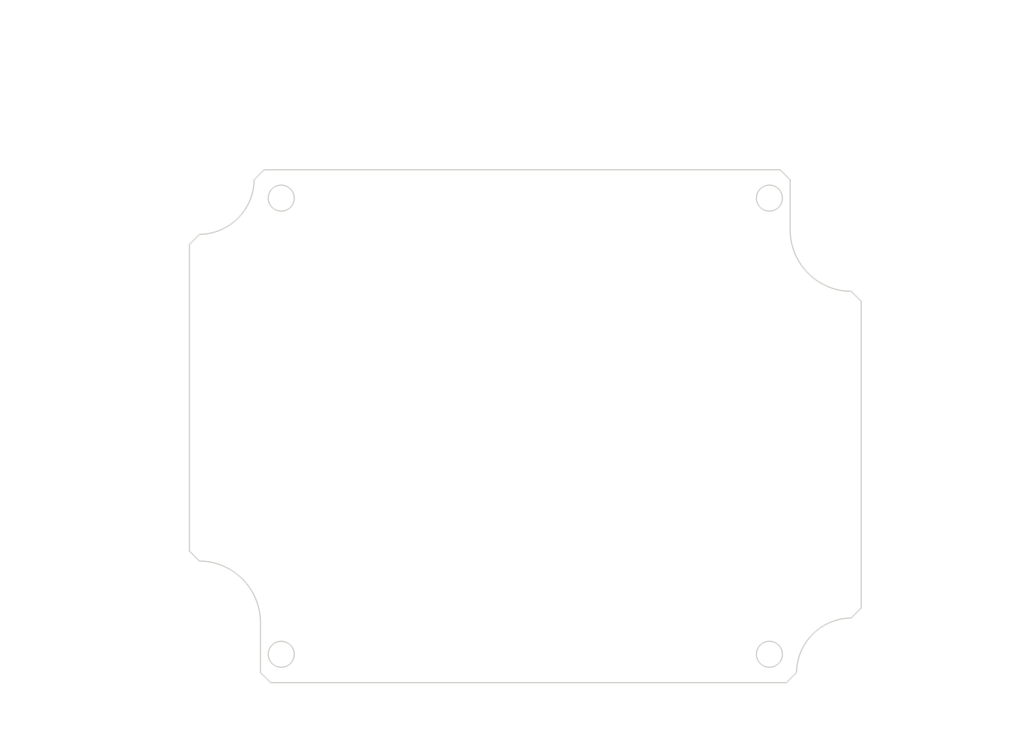
<source format=kicad_pcb>
(kicad_pcb (version 20171130) (host pcbnew "(5.1.0)-1")

  (general
    (thickness 1.6)
    (drawings 103)
    (tracks 0)
    (zones 0)
    (modules 0)
    (nets 1)
  )

  (page A4)
  (layers
    (0 F.Cu signal)
    (31 B.Cu signal)
    (32 B.Adhes user)
    (33 F.Adhes user)
    (34 B.Paste user)
    (35 F.Paste user)
    (36 B.SilkS user)
    (37 F.SilkS user)
    (38 B.Mask user)
    (39 F.Mask user)
    (40 Dwgs.User user)
    (41 Cmts.User user)
    (42 Eco1.User user)
    (43 Eco2.User user)
    (44 Edge.Cuts user)
    (45 Margin user)
    (46 B.CrtYd user)
    (47 F.CrtYd user)
    (48 B.Fab user)
    (49 F.Fab user)
  )

  (setup
    (last_trace_width 0.25)
    (trace_clearance 0.2)
    (zone_clearance 0.508)
    (zone_45_only no)
    (trace_min 0.2)
    (via_size 0.8)
    (via_drill 0.4)
    (via_min_size 0.4)
    (via_min_drill 0.3)
    (uvia_size 0.3)
    (uvia_drill 0.1)
    (uvias_allowed no)
    (uvia_min_size 0.2)
    (uvia_min_drill 0.1)
    (edge_width 0.05)
    (segment_width 0.2)
    (pcb_text_width 0.3)
    (pcb_text_size 1.5 1.5)
    (mod_edge_width 0.12)
    (mod_text_size 1 1)
    (mod_text_width 0.15)
    (pad_size 1.524 1.524)
    (pad_drill 0.762)
    (pad_to_mask_clearance 0.051)
    (solder_mask_min_width 0.25)
    (aux_axis_origin 0 0)
    (visible_elements FFFFFF7F)
    (pcbplotparams
      (layerselection 0x010fc_ffffffff)
      (usegerberextensions false)
      (usegerberattributes false)
      (usegerberadvancedattributes false)
      (creategerberjobfile false)
      (excludeedgelayer true)
      (linewidth 0.152400)
      (plotframeref false)
      (viasonmask false)
      (mode 1)
      (useauxorigin false)
      (hpglpennumber 1)
      (hpglpenspeed 20)
      (hpglpendiameter 15.000000)
      (psnegative false)
      (psa4output false)
      (plotreference true)
      (plotvalue true)
      (plotinvisibletext false)
      (padsonsilk false)
      (subtractmaskfromsilk false)
      (outputformat 1)
      (mirror false)
      (drillshape 1)
      (scaleselection 1)
      (outputdirectory ""))
  )

  (net 0 "")

  (net_class Default "This is the default net class."
    (clearance 0.2)
    (trace_width 0.25)
    (via_dia 0.8)
    (via_drill 0.4)
    (uvia_dia 0.3)
    (uvia_drill 0.1)
  )

  (gr_circle (center 115.931999 136.330001) (end 117.981999 136.330001) (layer Edge.Cuts) (width 0.2))
  (gr_circle (center 192.931999 136.330001) (end 194.981999 136.330001) (layer Edge.Cuts) (width 0.2))
  (gr_circle (center 192.931999 64.330001) (end 194.981999 64.330001) (layer Edge.Cuts) (width 0.2))
  (gr_circle (center 115.931999 64.330001) (end 117.981999 64.330001) (layer Edge.Cuts) (width 0.2))
  (gr_line (start 113.242902 59.854117) (end 194.620383 59.854117) (layer Edge.Cuts) (width 0.2))
  (gr_line (start 195.621097 140.805884) (end 114.243616 140.805884) (layer Edge.Cuts) (width 0.2))
  (gr_line (start 207.407883 80.615592) (end 207.407883 129.019098) (layer Edge.Cuts) (width 0.2))
  (gr_line (start 101.456116 120.044409) (end 101.456116 71.640903) (layer Edge.Cuts) (width 0.2))
  (gr_line (start 207.407883 80.615592) (end 205.820383 79.028092) (layer Edge.Cuts) (width 0.2))
  (gr_line (start 205.820383 79.028092) (end 205.221043 79.028092) (layer Edge.Cuts) (width 0.2))
  (gr_arc (start 205.932 69.33) (end 196.207883 69.33) (angle -85.80720824) (layer Edge.Cuts) (width 0.2))
  (gr_line (start 196.207883 69.33) (end 196.207883 61.441617) (layer Edge.Cuts) (width 0.2))
  (gr_line (start 196.207883 61.441617) (end 194.620383 59.854117) (layer Edge.Cuts) (width 0.2))
  (gr_line (start 101.456116 120.044409) (end 103.043616 121.631909) (layer Edge.Cuts) (width 0.2))
  (gr_line (start 103.043616 121.631909) (end 103.642956 121.631909) (layer Edge.Cuts) (width 0.2))
  (gr_arc (start 102.932 131.330001) (end 112.656116 131.330001) (angle -85.80720824) (layer Edge.Cuts) (width 0.2))
  (gr_line (start 112.656116 131.330001) (end 112.656116 139.218384) (layer Edge.Cuts) (width 0.2))
  (gr_line (start 112.656116 139.218384) (end 114.243616 140.805884) (layer Edge.Cuts) (width 0.2))
  (gr_line (start 195.621097 140.805884) (end 197.208597 139.218384) (layer Edge.Cuts) (width 0.2))
  (gr_arc (start 205.931999 139.330001) (end 205.820383 130.606598) (angle -88.5338764) (layer Edge.Cuts) (width 0.2))
  (gr_line (start 205.820383 130.606598) (end 207.407883 129.019098) (layer Edge.Cuts) (width 0.2))
  (gr_line (start 113.242902 59.854117) (end 111.655402 61.441617) (layer Edge.Cuts) (width 0.2))
  (gr_arc (start 102.931999 61.330001) (end 103.043616 70.053403) (angle -88.5338764) (layer Edge.Cuts) (width 0.2))
  (gr_line (start 103.043616 70.053403) (end 101.456116 71.640903) (layer Edge.Cuts) (width 0.2))
  (gr_text [3.03] (at 146.977352 50.219462) (layer Dwgs.User)
    (effects (font (size 1.7 1.53) (thickness 0.2125)))
  )
  (gr_text " 77.00" (at 146.977352 46.662026) (layer Dwgs.User)
    (effects (font (size 1.7 1.53) (thickness 0.2125)))
  )
  (gr_line (start 190.931999 48.330001) (end 151.021963 48.330001) (layer Dwgs.User) (width 0.2))
  (gr_line (start 117.931999 48.330001) (end 142.93274 48.330001) (layer Dwgs.User) (width 0.2))
  (gr_line (start 192.931999 63.330001) (end 192.931999 45.155001) (layer Dwgs.User) (width 0.2))
  (gr_line (start 115.931999 63.330001) (end 115.931999 45.155001) (layer Dwgs.User) (width 0.2))
  (gr_text [2.83] (at 220.931999 102.219462) (layer Dwgs.User)
    (effects (font (size 1.7 1.53) (thickness 0.2125)))
  )
  (gr_text " 72.00" (at 220.931999 98.662026) (layer Dwgs.User)
    (effects (font (size 1.7 1.53) (thickness 0.2125)))
  )
  (gr_line (start 220.931999 134.330001) (end 220.931999 103.887436) (layer Dwgs.User) (width 0.2))
  (gr_line (start 220.931999 66.330001) (end 220.931999 96.772565) (layer Dwgs.User) (width 0.2))
  (gr_line (start 193.931999 136.330001) (end 224.107 136.330001) (layer Dwgs.User) (width 0.2))
  (gr_line (start 193.931999 64.330001) (end 224.107 64.330001) (layer Dwgs.User) (width 0.2))
  (gr_text "1.59 X 45.0° Chamfer" (at 206.990881 149.484305) (layer Dwgs.User)
    (effects (font (size 1.7 1.53) (thickness 0.2125)) (justify left bottom))
  )
  (gr_line (start 203.42024 148.605151) (end 205.92024 148.605151) (layer Dwgs.User) (width 0.2))
  (gr_line (start 197.994528 141.949816) (end 203.42024 148.605151) (layer Dwgs.User) (width 0.2))
  (gr_line (start 197.606991 142.265752) (end 198.382064 141.63388) (layer Dwgs.User) (width 0.2))
  (gr_line (start 196.414847 140.012134) (end 197.606991 142.265752) (layer Dwgs.User) (width 0.2))
  (gr_line (start 198.382064 141.63388) (end 196.414847 140.012134) (layer Dwgs.User) (width 0.2))
  (gr_line (start 197.606984 142.265754) (end 198.382054 141.633878) (layer Dwgs.User) (width 0.2))
  (gr_line (start 196.414853 140.012135) (end 197.606984 142.265754) (layer Dwgs.User) (width 0.2))
  (gr_line (start 198.382054 141.633878) (end 196.414853 140.012135) (layer Dwgs.User) (width 0.2))
  (gr_line (start 197.994528 141.949816) (end 196.414847 140.012134) (layer Dwgs.User) (width 0.2))
  (gr_text [3.33] (at 159.16942 43.219462) (layer Dwgs.User)
    (effects (font (size 1.7 1.53) (thickness 0.2125)))
  )
  (gr_text " 84.55" (at 159.16942 39.662026) (layer Dwgs.User)
    (effects (font (size 1.7 1.53) (thickness 0.2125)))
  )
  (gr_line (start 194.207883 41.33) (end 163.223308 41.33) (layer Dwgs.User) (width 0.2))
  (gr_line (start 113.655402 41.33) (end 155.115532 41.33) (layer Dwgs.User) (width 0.2))
  (gr_line (start 196.207883 60.441617) (end 196.207883 38.155) (layer Dwgs.User) (width 0.2))
  (gr_line (start 111.655402 60.441617) (end 111.655402 38.155) (layer Dwgs.User) (width 0.2))
  (gr_text [.40] (at 94.768865 54.809914) (layer Dwgs.User)
    (effects (font (size 1.7 1.53) (thickness 0.2125)))
  )
  (gr_text " 10.20" (at 94.768865 51.252479) (layer Dwgs.User)
    (effects (font (size 1.7 1.53) (thickness 0.2125)))
  )
  (gr_line (start 101.456116 52.920453) (end 98.813476 52.920453) (layer Dwgs.User) (width 0.2))
  (gr_line (start 109.655402 52.920453) (end 103.456116 52.920453) (layer Dwgs.User) (width 0.2))
  (gr_line (start 111.655402 60.441617) (end 111.655402 49.745453) (layer Dwgs.User) (width 0.2))
  (gr_line (start 101.456116 70.640903) (end 101.456116 49.745453) (layer Dwgs.User) (width 0.2))
  (gr_text [.40] (at 84.29372 77.915196) (layer Dwgs.User)
    (effects (font (size 1.7 1.53) (thickness 0.2125)))
  )
  (gr_text " 10.20" (at 84.29372 74.357761) (layer Dwgs.User)
    (effects (font (size 1.7 1.53) (thickness 0.2125)))
  )
  (gr_line (start 90.338331 76.025735) (end 88.338331 76.025735) (layer Dwgs.User) (width 0.2))
  (gr_line (start 90.338331 70.053403) (end 90.338331 76.025735) (layer Dwgs.User) (width 0.2))
  (gr_line (start 90.338331 61.854117) (end 90.338331 68.053403) (layer Dwgs.User) (width 0.2))
  (gr_line (start 112.242902 59.854117) (end 87.163331 59.854117) (layer Dwgs.User) (width 0.2))
  (gr_line (start 102.043616 70.053403) (end 87.163331 70.053403) (layer Dwgs.User) (width 0.2))
  (gr_text [2.03] (at 90.284336 101.772597) (layer Dwgs.User)
    (effects (font (size 1.7 1.53) (thickness 0.2125)))
  )
  (gr_text " 51.58" (at 90.284336 98.215162) (layer Dwgs.User)
    (effects (font (size 1.7 1.53) (thickness 0.2125)))
  )
  (gr_line (start 90.284336 119.631909) (end 90.284336 103.440571) (layer Dwgs.User) (width 0.2))
  (gr_line (start 90.284336 72.053403) (end 90.284336 96.325701) (layer Dwgs.User) (width 0.2))
  (gr_line (start 102.642956 121.631909) (end 87.109336 121.631909) (layer Dwgs.User) (width 0.2))
  (gr_line (start 102.043616 70.053403) (end 87.109336 70.053403) (layer Dwgs.User) (width 0.2))
  (gr_text [.57] (at 95.406866 78.913024) (layer Dwgs.User)
    (effects (font (size 1.7 1.53) (thickness 0.2125)))
  )
  (gr_text " 14.48" (at 95.406866 75.359068) (layer Dwgs.User)
    (effects (font (size 1.7 1.53) (thickness 0.2125)))
  )
  (gr_line (start 101.456116 77.027042) (end 99.456116 77.027042) (layer Dwgs.User) (width 0.2))
  (gr_line (start 113.931999 77.027042) (end 103.456116 77.027042) (layer Dwgs.User) (width 0.2))
  (gr_line (start 115.931999 65.330001) (end 115.931999 80.202042) (layer Dwgs.User) (width 0.2))
  (gr_text [.18] (at 124.902102 55.655759) (layer Dwgs.User)
    (effects (font (size 1.7 1.53) (thickness 0.2125)))
  )
  (gr_text " 4.48" (at 124.902102 52.098324) (layer Dwgs.User)
    (effects (font (size 1.7 1.53) (thickness 0.2125)))
  )
  (gr_line (start 119.513254 53.766298) (end 121.513254 53.766298) (layer Dwgs.User) (width 0.2))
  (gr_line (start 119.513254 57.854117) (end 119.513254 53.766298) (layer Dwgs.User) (width 0.2))
  (gr_line (start 119.513254 66.330001) (end 119.513254 68.330001) (layer Dwgs.User) (width 0.2))
  (gr_line (start 116.931999 64.330001) (end 122.688254 64.330001) (layer Dwgs.User) (width 0.2))
  (gr_line (start 115.931999 64.420001) (end 115.931999 64.240001) (layer Dwgs.User) (width 0.2))
  (gr_line (start 115.841999 64.330001) (end 116.021999 64.330001) (layer Dwgs.User) (width 0.2))
  (gr_text " ∅4.10\n[∅0.16]" (at 130.910317 76.70985) (layer Dwgs.User)
    (effects (font (size 1.7 1.53) (thickness 0.2125)))
  )
  (gr_line (start 124.373448 76.70985) (end 118.213632 67.67614) (layer Dwgs.User) (width 0.2))
  (gr_line (start 126.373448 76.70985) (end 124.373448 76.70985) (layer Dwgs.User) (width 0.2))
  (gr_text [R0.34] (at 215.617238 144.079002) (layer Dwgs.User)
    (effects (font (size 1.7 1.53) (thickness 0.2125)))
  )
  (gr_text " R8.72" (at 215.617238 140.521567) (layer Dwgs.User)
    (effects (font (size 1.7 1.53) (thickness 0.2125)))
  )
  (gr_line (start 209.146467 142.189541) (end 200.908068 134.860789) (layer Dwgs.User) (width 0.2))
  (gr_line (start 211.146467 142.189541) (end 209.146467 142.189541) (layer Dwgs.User) (width 0.2))
  (gr_text [3.19] (at 75.597664 102.219462) (layer Dwgs.User)
    (effects (font (size 1.7 1.53) (thickness 0.2125)))
  )
  (gr_text " 80.95" (at 75.597664 98.662026) (layer Dwgs.User)
    (effects (font (size 1.7 1.53) (thickness 0.2125)))
  )
  (gr_line (start 75.597664 61.854117) (end 75.597664 96.772565) (layer Dwgs.User) (width 0.2))
  (gr_line (start 75.597664 138.805884) (end 75.597664 103.887436) (layer Dwgs.User) (width 0.2))
  (gr_line (start 112.242902 59.854117) (end 72.422664 59.854117) (layer Dwgs.User) (width 0.2))
  (gr_line (start 113.243616 140.805884) (end 72.422664 140.805884) (layer Dwgs.User) (width 0.2))
  (gr_text [4.17] (at 144.356542 38.223745) (layer Dwgs.User)
    (effects (font (size 1.7 1.53) (thickness 0.2125)))
  )
  (gr_text " 105.95" (at 144.356542 34.66631) (layer Dwgs.User)
    (effects (font (size 1.7 1.53) (thickness 0.2125)))
  )
  (gr_line (start 205.407883 36.334284) (end 149.070833 36.334284) (layer Dwgs.User) (width 0.2))
  (gr_line (start 103.456116 36.334284) (end 139.642252 36.334284) (layer Dwgs.User) (width 0.2))
  (gr_line (start 207.407883 79.615592) (end 207.407883 33.159284) (layer Dwgs.User) (width 0.2))
  (gr_line (start 101.456116 70.640903) (end 101.456116 33.159284) (layer Dwgs.User) (width 0.2))

)

</source>
